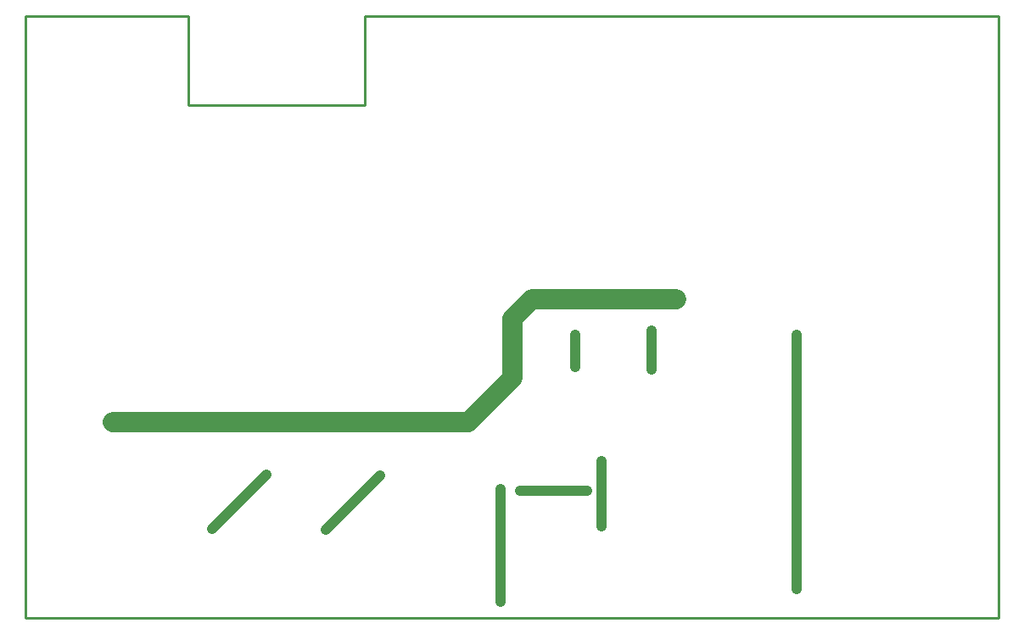
<source format=gko>
G04*
G04 #@! TF.GenerationSoftware,Altium Limited,Altium Designer,21.2.1 (34)*
G04*
G04 Layer_Color=16711935*
%FSTAX24Y24*%
%MOIN*%
G70*
G04*
G04 #@! TF.SameCoordinates,9334BE2B-5F1B-4A57-B983-AC11F37A1BB9*
G04*
G04*
G04 #@! TF.FilePolarity,Positive*
G04*
G01*
G75*
%ADD14C,0.0100*%
%ADD73C,0.0394*%
%ADD100C,0.0787*%
D14*
X05073Y04273D02*
Y04386D01*
X02582D02*
X05073D01*
X0125D02*
X01889D01*
X02582D02*
X02583Y04385D01*
X01889Y04036D02*
Y04386D01*
Y04036D02*
X02583D01*
Y04385D01*
X05073Y04273D02*
X05073Y02022D01*
X0125D02*
X05073D01*
X0125Y04385D02*
X0125Y020228D01*
D73*
X04279Y02134D02*
Y03135D01*
X02429Y02369D02*
X02642Y02582D01*
X01984Y0237D02*
X02197Y02583D01*
X03116Y02083D02*
Y02527D01*
X03194Y02521D02*
X03457D01*
X03511Y02382D02*
Y02638D01*
X03708Y02997D02*
Y0315D01*
X03409Y03009D02*
Y03133D01*
D100*
X03239Y03274D02*
X03807D01*
X03163Y02964D02*
Y03198D01*
X03239Y03274D01*
X01593Y02791D02*
X0299D01*
X03163Y02964D01*
M02*

</source>
